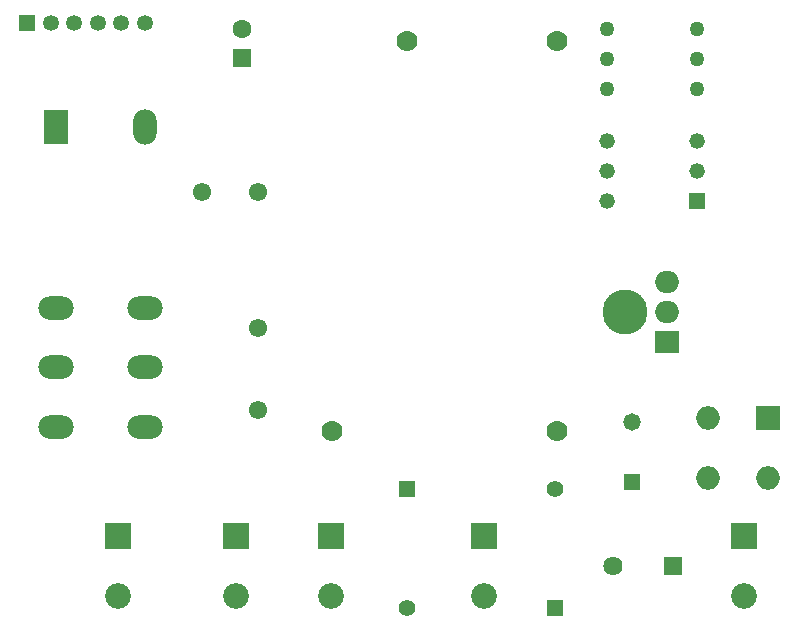
<source format=gbs>
%TF.GenerationSoftware,KiCad,Pcbnew,9.0.4-9.0.4-0~ubuntu24.04.1*%
%TF.CreationDate,2025-08-23T17:14:42+02:00*%
%TF.ProjectId,hv_board,68765f62-6f61-4726-942e-6b696361645f,rev?*%
%TF.SameCoordinates,Original*%
%TF.FileFunction,Soldermask,Bot*%
%TF.FilePolarity,Negative*%
%FSLAX46Y46*%
G04 Gerber Fmt 4.6, Leading zero omitted, Abs format (unit mm)*
G04 Created by KiCad (PCBNEW 9.0.4-9.0.4-0~ubuntu24.04.1) date 2025-08-23 17:14:42*
%MOMM*%
%LPD*%
G01*
G04 APERTURE LIST*
G04 Aperture macros list*
%AMRoundRect*
0 Rectangle with rounded corners*
0 $1 Rounding radius*
0 $2 $3 $4 $5 $6 $7 $8 $9 X,Y pos of 4 corners*
0 Add a 4 corners polygon primitive as box body*
4,1,4,$2,$3,$4,$5,$6,$7,$8,$9,$2,$3,0*
0 Add four circle primitives for the rounded corners*
1,1,$1+$1,$2,$3*
1,1,$1+$1,$4,$5*
1,1,$1+$1,$6,$7*
1,1,$1+$1,$8,$9*
0 Add four rect primitives between the rounded corners*
20,1,$1+$1,$2,$3,$4,$5,0*
20,1,$1+$1,$4,$5,$6,$7,0*
20,1,$1+$1,$6,$7,$8,$9,0*
20,1,$1+$1,$8,$9,$2,$3,0*%
G04 Aperture macros list end*
%ADD10C,1.549400*%
%ADD11R,1.625600X1.625600*%
%ADD12C,1.625600*%
%ADD13R,2.000000X2.000000*%
%ADD14O,2.000000X2.000000*%
%ADD15C,3.810000*%
%ADD16R,2.175000X2.175000*%
%ADD17C,2.175000*%
%ADD18C,1.270000*%
%ADD19O,3.000000X2.000000*%
%ADD20R,2.000000X3.000000*%
%ADD21O,2.000000X3.000000*%
%ADD22R,1.422400X1.422400*%
%ADD23C,1.422400*%
%ADD24R,1.320800X1.320800*%
%ADD25C,1.320800*%
%ADD26R,2.000000X1.905000*%
%ADD27O,2.000000X1.905000*%
%ADD28RoundRect,0.250000X0.550000X-0.550000X0.550000X0.550000X-0.550000X0.550000X-0.550000X-0.550000X0*%
%ADD29C,1.600000*%
%ADD30C,1.778000*%
%ADD31R,1.473200X1.473200*%
%ADD32C,1.473200*%
%ADD33R,1.350000X1.350000*%
%ADD34C,1.350000*%
G04 APERTURE END LIST*
D10*
%TO.C,U2*%
X136349500Y-87309100D03*
X136349500Y-80298700D03*
X136349500Y-68792500D03*
X131650500Y-68792500D03*
%TD*%
D11*
%TO.C,F1*%
X171500000Y-100500000D03*
D12*
X166420000Y-100500000D03*
%TD*%
D13*
%TO.C,D1*%
X179545000Y-87975000D03*
D14*
X174465000Y-87975000D03*
X174465000Y-93055000D03*
X179545000Y-93055000D03*
%TD*%
D15*
%TO.C,H1*%
X167400000Y-79000000D03*
%TD*%
D16*
%TO.C,J1*%
X177500000Y-97900000D03*
D17*
X177500000Y-103000000D03*
%TD*%
D18*
%TO.C,U7*%
X165900000Y-55000000D03*
X165900000Y-57540000D03*
X165900000Y-60080000D03*
X173520000Y-60080000D03*
X173520000Y-57540000D03*
X173520000Y-55000000D03*
%TD*%
D16*
%TO.C,J5*%
X124500000Y-97900000D03*
D17*
X124500000Y-103000000D03*
%TD*%
D19*
%TO.C,K1*%
X126750000Y-83650000D03*
X119250000Y-83650000D03*
X126750000Y-78610000D03*
X119250000Y-78610000D03*
X126750000Y-88690000D03*
X119250000Y-88690000D03*
D20*
X119250000Y-63350000D03*
D21*
X126750000Y-63350000D03*
%TD*%
D16*
%TO.C,J3*%
X155500000Y-97900000D03*
D17*
X155500000Y-103000000D03*
%TD*%
D22*
%TO.C,C2*%
X149000000Y-94000000D03*
D23*
X149000000Y-104000000D03*
%TD*%
D24*
%TO.C,U6*%
X173500000Y-69540000D03*
D25*
X173500000Y-67000000D03*
X173500000Y-64460000D03*
X165880000Y-64460000D03*
X165880000Y-67000000D03*
X165880000Y-69540000D03*
%TD*%
D16*
%TO.C,J2*%
X134500000Y-97900000D03*
D17*
X134500000Y-103000000D03*
%TD*%
D26*
%TO.C,Q4*%
X171000000Y-81540000D03*
D27*
X171000000Y-79000000D03*
X171000000Y-76460000D03*
%TD*%
D28*
%TO.C,C3*%
X135000000Y-57500000D03*
D29*
X135000000Y-55000000D03*
%TD*%
D16*
%TO.C,J4*%
X142500000Y-97900000D03*
D17*
X142500000Y-103000000D03*
%TD*%
D22*
%TO.C,C1*%
X161500000Y-104000000D03*
D23*
X161500000Y-94000000D03*
%TD*%
D30*
%TO.C,U1*%
X142610000Y-89010000D03*
X161660000Y-89010000D03*
X161660000Y-55990000D03*
X148960000Y-55990000D03*
%TD*%
D31*
%TO.C,F2*%
X168000000Y-93405000D03*
D32*
X168000000Y-88325000D03*
%TD*%
D33*
%TO.C,J6*%
X116800000Y-54500000D03*
D34*
X118800000Y-54500000D03*
X120800000Y-54500000D03*
X122800000Y-54500000D03*
X124800000Y-54500000D03*
X126800000Y-54500000D03*
%TD*%
M02*

</source>
